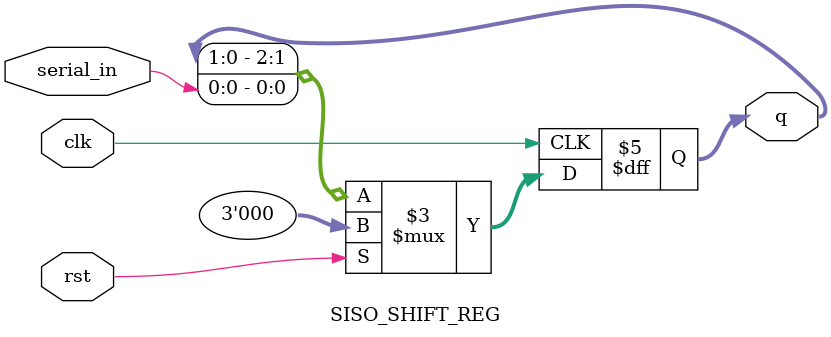
<source format=v>
module SISO_SHIFT_REG(
    input  wire clk,     // clock input
    input  wire rst,     // synchronous reset
    input  wire serial_in, // serial data input
    output reg  [2:0] q   // 3-bit register output
);

always @(posedge clk) begin
    if (rst)
        q <= 3'b000;          // reset all bits
    else
        q <= {q[1:0], serial_in}; // shift left
end

endmodule

</source>
